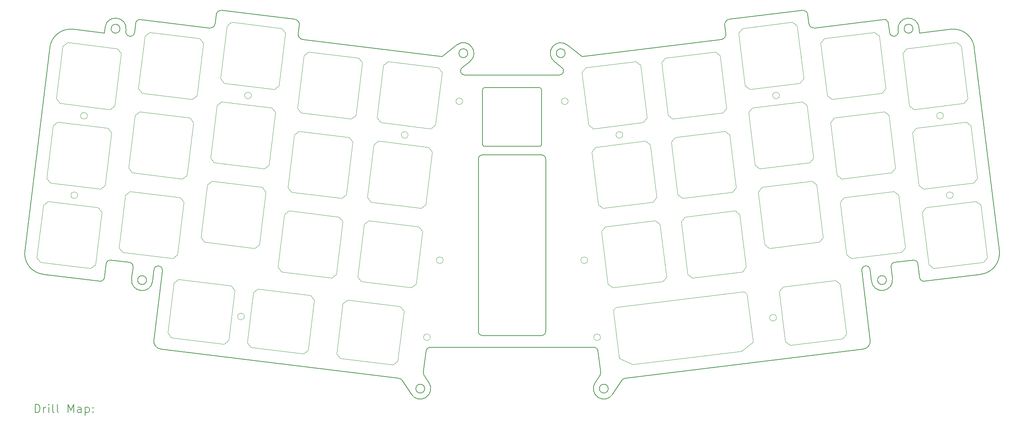
<source format=gbr>
%TF.GenerationSoftware,KiCad,Pcbnew,7.0.10-7.0.10~ubuntu23.04.1*%
%TF.CreationDate,Date%
%TF.ProjectId,plate_asym,706c6174-655f-4617-9379-6d2e6b696361,1.0*%
%TF.SameCoordinates,Original*%
%TF.FileFunction,Drillmap*%
%TF.FilePolarity,Positive*%
%FSLAX45Y45*%
G04 Gerber Fmt 4.5, Leading zero omitted, Abs format (unit mm)*
G04 Created by KiCad*
%MOMM*%
%LPD*%
G01*
G04 APERTURE LIST*
%ADD10C,0.200000*%
%ADD11C,0.050000*%
G04 APERTURE END LIST*
D10*
X7768292Y-5899563D02*
X9505248Y-6112834D01*
X13000263Y-6996607D02*
X13352501Y-6720889D01*
X24349350Y-12254164D02*
G75*
G03*
X24460788Y-12341232I99260J12194D01*
G01*
X17344395Y-14654494D02*
X23002554Y-13959760D01*
X15313947Y-9135806D02*
X14013947Y-9135806D01*
X5019723Y-11927357D02*
X4979547Y-12254570D01*
X3086355Y-11619111D02*
G75*
G03*
X3521694Y-12176319I496255J-60949D01*
G01*
X13660987Y-7114385D02*
G75*
G03*
X13352501Y-6720889I-154247J196745D01*
G01*
X16636342Y-14759971D02*
G75*
G03*
X17055221Y-15032984I209438J-136509D01*
G01*
X13611743Y-6917636D02*
G75*
G03*
X13401743Y-6917636I-105000J0D01*
G01*
X13401743Y-6917636D02*
G75*
G03*
X13611743Y-6917636I105000J0D01*
G01*
X5131165Y-11840286D02*
G75*
G03*
X5019723Y-11927357I-12195J-99244D01*
G01*
X6155813Y-12066852D02*
X6121562Y-12345799D01*
X12273674Y-15033392D02*
X12056088Y-14699552D01*
X5574672Y-6512416D02*
X5582675Y-6513399D01*
X25807199Y-12175911D02*
G75*
G03*
X26242538Y-11618705I-60919J496261D01*
G01*
X9609729Y-6246564D02*
X9583984Y-6456240D01*
X23002554Y-13959759D02*
G75*
G03*
X23176689Y-13736877I-24374J198509D01*
G01*
X12720579Y-13914990D02*
X16608264Y-13914636D01*
X24349347Y-12254164D02*
X24309170Y-11926951D01*
X5487603Y-6400975D02*
G75*
G03*
X5574672Y-6512416I99257J-12185D01*
G01*
X6152205Y-13737283D02*
X6354315Y-12091221D01*
X5659546Y-12005918D02*
G75*
G03*
X5572472Y-11894475I-99266J12178D01*
G01*
X5625289Y-12284864D02*
X5659540Y-12005917D01*
X21720071Y-6213315D02*
G75*
G03*
X21853807Y-6317795I119129J14655D01*
G01*
X6326340Y-13960166D02*
X11984498Y-14654900D01*
X24335684Y-6303549D02*
G75*
G03*
X23836896Y-6364792I-249394J-30621D01*
G01*
X23207331Y-12345393D02*
X23173081Y-12066446D01*
X7475087Y-6318200D02*
G75*
G03*
X7608817Y-6213720I14613J119120D01*
G01*
X19640428Y-6589563D02*
G75*
G03*
X19744910Y-6455834I-14608J119093D01*
G01*
X23207335Y-12345393D02*
G75*
G03*
X23703604Y-12284458I248135J30463D01*
G01*
X14013947Y-7735806D02*
X15313947Y-7735806D01*
X9583985Y-6456240D02*
G75*
G03*
X9688465Y-6589969I119085J-14640D01*
G01*
X13477932Y-7257363D02*
G75*
G03*
X13539500Y-7436170I61558J-78807D01*
G01*
X9609728Y-6246564D02*
G75*
G03*
X9505248Y-6112834I-119118J14614D01*
G01*
X25648849Y-6783501D02*
X26242538Y-11618705D01*
X15927151Y-6917230D02*
G75*
G03*
X15717151Y-6917230I-105000J0D01*
G01*
X15717151Y-6917230D02*
G75*
G03*
X15927151Y-6917230I105000J0D01*
G01*
X15464069Y-9434813D02*
X15464069Y-13534813D01*
X13539500Y-7436170D02*
X15789529Y-7435847D01*
X24352305Y-6438942D02*
X25091641Y-6348163D01*
X15364069Y-13634813D02*
X13964069Y-13634813D01*
X13660985Y-7114383D02*
X13477930Y-7257360D01*
X5491997Y-6365198D02*
G75*
G03*
X4993213Y-6303955I-249392J30621D01*
G01*
X21853807Y-6317795D02*
X23495992Y-6116160D01*
X5625289Y-12284864D02*
G75*
G03*
X6121562Y-12345799I248137J-30467D01*
G01*
X16170920Y-6872985D02*
X16328630Y-6996201D01*
X4237252Y-6348569D02*
X4976589Y-6439348D01*
X5832901Y-6116571D02*
G75*
G03*
X5721460Y-6203634I-12191J-99249D01*
G01*
X12720579Y-13914988D02*
G75*
G03*
X12621475Y-14001701I11J-100002D01*
G01*
X23756422Y-11894072D02*
G75*
G03*
X23669354Y-12005511I12178J-99248D01*
G01*
X15976392Y-6720482D02*
X16170920Y-6872985D01*
X4237252Y-6348570D02*
G75*
G03*
X3680044Y-6783907I-60922J-496290D01*
G01*
X13864077Y-13534813D02*
G75*
G03*
X13964069Y-13634813I100023J23D01*
G01*
X19744910Y-6455834D02*
X19719165Y-6246158D01*
X23669354Y-12005511D02*
X23703604Y-12284458D01*
X23560468Y-12314926D02*
G75*
G03*
X23350468Y-12314926I-105000J0D01*
G01*
X23350468Y-12314926D02*
G75*
G03*
X23560468Y-12314926I105000J0D01*
G01*
X5832902Y-6116566D02*
X7475087Y-6318201D01*
X15363954Y-7785806D02*
G75*
G03*
X15313947Y-7735806I-50004J-4D01*
G01*
X25807199Y-12175913D02*
X24460788Y-12341232D01*
X23607431Y-6203228D02*
G75*
G03*
X23495992Y-6116160I-99251J-12182D01*
G01*
X17272806Y-14699146D02*
X17055220Y-15032986D01*
X15363947Y-7785806D02*
X15363947Y-9085806D01*
X4868105Y-12341637D02*
G75*
G03*
X4979547Y-12254570I12185J99257D01*
G01*
X5582675Y-6513397D02*
G75*
G03*
X5694116Y-6426331I12185J99257D01*
G01*
X16707385Y-14001340D02*
X16774719Y-14503251D01*
X23634779Y-6425925D02*
G75*
G03*
X23746219Y-6512993I99261J12195D01*
G01*
X13964069Y-9334813D02*
X15364069Y-9334813D01*
X16707385Y-14001340D02*
G75*
G03*
X16608264Y-13914636I-99115J-13300D01*
G01*
X19823646Y-6112429D02*
X21560602Y-5899157D01*
X12588114Y-14896882D02*
G75*
G03*
X12378114Y-14896882I-105000J0D01*
G01*
X12378114Y-14896882D02*
G75*
G03*
X12588114Y-14896882I105000J0D01*
G01*
X24191288Y-6334171D02*
G75*
G03*
X23981288Y-6334171I-105000J0D01*
G01*
X23981288Y-6334171D02*
G75*
G03*
X24191288Y-6334171I105000J0D01*
G01*
X23836896Y-6364792D02*
X23841289Y-6400569D01*
X23607433Y-6203228D02*
X23634777Y-6425925D01*
X13964069Y-9334809D02*
G75*
G03*
X13864069Y-9434813I1J-100001D01*
G01*
X25648854Y-6783501D02*
G75*
G03*
X25091641Y-6348163I-496284J-60949D01*
G01*
X12273673Y-15033389D02*
G75*
G03*
X12692555Y-14760375I209444J136503D01*
G01*
X9688465Y-6589970D02*
X13000263Y-6996607D01*
X16328630Y-6996201D02*
X19640428Y-6589564D01*
X15313947Y-9135807D02*
G75*
G03*
X15363947Y-9085806I3J49997D01*
G01*
X24309168Y-11926952D02*
G75*
G03*
X24197729Y-11839884I-99248J-12178D01*
G01*
X15464067Y-9434813D02*
G75*
G03*
X15364069Y-9334813I-99997J3D01*
G01*
X16636338Y-14759969D02*
X16759388Y-14571135D01*
X15976392Y-6720483D02*
G75*
G03*
X15667909Y-7113977I-154242J-196747D01*
G01*
X13963947Y-9085806D02*
X13963947Y-7785806D01*
X15789529Y-7435849D02*
G75*
G03*
X15851070Y-7257038I-9J99999D01*
G01*
X16950780Y-14896476D02*
G75*
G03*
X16740779Y-14896476I-105000J0D01*
G01*
X16740779Y-14896476D02*
G75*
G03*
X16950780Y-14896476I105000J0D01*
G01*
X4868105Y-12341638D02*
X3521694Y-12176319D01*
X23756422Y-11894069D02*
X24197729Y-11839884D01*
X5131165Y-11840290D02*
X5572472Y-11894475D01*
X12554177Y-14503658D02*
G75*
G03*
X12569505Y-14571541I99113J-13292D01*
G01*
X12569505Y-14571541D02*
X12692555Y-14760375D01*
X5487605Y-6400975D02*
X5491997Y-6365198D01*
X17344396Y-14654496D02*
G75*
G03*
X17272806Y-14699146I12184J-99254D01*
G01*
X21694332Y-6003638D02*
X21720076Y-6213314D01*
X23173082Y-12066442D02*
G75*
G03*
X22974578Y-12090815I-99252J-12188D01*
G01*
X24352260Y-6438580D02*
X24335681Y-6303549D01*
X16759388Y-14571135D02*
G75*
G03*
X16774719Y-14503251I-83778J54595D01*
G01*
X6152205Y-13737283D02*
G75*
G03*
X6326340Y-13960166I198505J-24377D01*
G01*
X13864069Y-13534813D02*
X13864069Y-9434813D01*
X19823646Y-6112427D02*
G75*
G03*
X19719165Y-6246158I14634J-119113D01*
G01*
X23746219Y-6512993D02*
X23754221Y-6512010D01*
X7608817Y-6213720D02*
X7634562Y-6004044D01*
X5978426Y-12315332D02*
G75*
G03*
X5768426Y-12315332I-105000J0D01*
G01*
X5768426Y-12315332D02*
G75*
G03*
X5978426Y-12315332I105000J0D01*
G01*
X12554174Y-14503657D02*
X12621475Y-14001701D01*
X5694116Y-6426331D02*
X5721460Y-6203634D01*
X12056089Y-14699551D02*
G75*
G03*
X11984498Y-14654900I-83779J-54609D01*
G01*
X15851070Y-7257038D02*
X15667909Y-7113977D01*
X13963954Y-9085806D02*
G75*
G03*
X14013947Y-9135806I49996J-4D01*
G01*
X5347605Y-6334577D02*
G75*
G03*
X5137605Y-6334577I-105000J0D01*
G01*
X5137605Y-6334577D02*
G75*
G03*
X5347605Y-6334577I105000J0D01*
G01*
X15364069Y-13634819D02*
G75*
G03*
X15464069Y-13534813I-9J100009D01*
G01*
X14013947Y-7735807D02*
G75*
G03*
X13963947Y-7785806I3J-50003D01*
G01*
X3086356Y-11619111D02*
X3680044Y-6783907D01*
X4993213Y-6303955D02*
X4976633Y-6438986D01*
X21694340Y-6003637D02*
G75*
G03*
X21560602Y-5899157I-119120J-14643D01*
G01*
X23754221Y-6512008D02*
G75*
G03*
X23841289Y-6400569I-12191J99258D01*
G01*
X22974578Y-12090815D02*
X23176689Y-13736877D01*
X6354308Y-12091220D02*
G75*
G03*
X6155813Y-12066848I-99248J12180D01*
G01*
X7768292Y-5899557D02*
G75*
G03*
X7634562Y-6004044I-14603J-119133D01*
G01*
D11*
X19960333Y-10667365D02*
X18769278Y-10813608D01*
X19960333Y-10667365D02*
X20071774Y-10754433D01*
X18682210Y-10925050D02*
X18769278Y-10813608D01*
X18682210Y-10925050D02*
X18835765Y-12175658D01*
X20225330Y-12005041D02*
X20071774Y-10754433D01*
X18835765Y-12175658D02*
X18947207Y-12262726D01*
X20138262Y-12116482D02*
X20225330Y-12005041D01*
X18947207Y-12262726D02*
X20138262Y-12116482D01*
X21793093Y-9962504D02*
X20602038Y-10108747D01*
X21793093Y-9962504D02*
X21904535Y-10049572D01*
X20514970Y-10220189D02*
X20602038Y-10108747D01*
X20514970Y-10220189D02*
X20668525Y-11470797D01*
X22058090Y-11300180D02*
X21904535Y-10049572D01*
X20668525Y-11470797D02*
X20779967Y-11557864D01*
X21971022Y-11411621D02*
X22058090Y-11300180D01*
X20779967Y-11557864D02*
X21971022Y-11411621D01*
X11544755Y-8567043D02*
X12735810Y-8713286D01*
X11544755Y-8567043D02*
X11457687Y-8455601D01*
X12847252Y-8626218D02*
X12735810Y-8713286D01*
X12847252Y-8626218D02*
X13000807Y-7375610D01*
X11611243Y-7204993D02*
X11457687Y-8455601D01*
X13000807Y-7375610D02*
X12913739Y-7264169D01*
X11722684Y-7117925D02*
X11611243Y-7204993D01*
X12913739Y-7264169D02*
X11722684Y-7117925D01*
X11312594Y-10457843D02*
X12503649Y-10604086D01*
X11312594Y-10457843D02*
X11225526Y-10346402D01*
X12615091Y-10517019D02*
X12503649Y-10604086D01*
X12615091Y-10517019D02*
X12768646Y-9266411D01*
X11379081Y-9095794D02*
X11225526Y-10346402D01*
X12768646Y-9266411D02*
X12681578Y-9154969D01*
X11490523Y-9008726D02*
X11379081Y-9095794D01*
X12681578Y-9154969D02*
X11490523Y-9008726D01*
X8470223Y-7924065D02*
G75*
G03*
X8310223Y-7924065I-80000J0D01*
G01*
X8310223Y-7924065D02*
G75*
G03*
X8470223Y-7924065I80000J0D01*
G01*
X8517826Y-12613313D02*
X8371583Y-13804369D01*
X8517826Y-12613313D02*
X8629268Y-12526246D01*
X8458651Y-13915810D02*
X8371583Y-13804369D01*
X8458651Y-13915810D02*
X9709259Y-14069366D01*
X9879876Y-12679801D02*
X8629268Y-12526246D01*
X9709259Y-14069366D02*
X9820701Y-13982298D01*
X9966944Y-12791242D02*
X9879876Y-12679801D01*
X9820701Y-13982298D02*
X9966944Y-12791242D01*
X24915353Y-8405144D02*
G75*
G03*
X24755353Y-8405144I-80000J0D01*
G01*
X24755353Y-8405144D02*
G75*
G03*
X24915353Y-8405144I80000J0D01*
G01*
X20947497Y-13211116D02*
G75*
G03*
X20787497Y-13211116I-80000J0D01*
G01*
X20787497Y-13211116D02*
G75*
G03*
X20947497Y-13211116I80000J0D01*
G01*
X23741934Y-10203043D02*
X22550878Y-10349286D01*
X23741934Y-10203043D02*
X23853375Y-10290111D01*
X22463811Y-10460728D02*
X22550878Y-10349286D01*
X22463811Y-10460728D02*
X22617366Y-11711336D01*
X24006931Y-11540719D02*
X23853375Y-10290111D01*
X22617366Y-11711336D02*
X22728808Y-11798403D01*
X23919863Y-11652160D02*
X24006931Y-11540719D01*
X22728808Y-11798403D02*
X23919863Y-11652160D01*
X23509773Y-8312242D02*
X22318717Y-8458486D01*
X23509773Y-8312242D02*
X23621214Y-8399310D01*
X22231650Y-8569927D02*
X22318717Y-8458486D01*
X22231650Y-8569927D02*
X22385205Y-9820535D01*
X23774770Y-9649918D02*
X23621214Y-8399310D01*
X22385205Y-9820535D02*
X22496646Y-9907603D01*
X23687702Y-9761360D02*
X23774770Y-9649918D01*
X22496646Y-9907603D02*
X23687702Y-9761360D01*
X6627026Y-12381152D02*
X6480783Y-13572208D01*
X6627026Y-12381152D02*
X6738467Y-12294085D01*
X6567850Y-13683649D02*
X6480783Y-13572208D01*
X6567850Y-13683649D02*
X7818458Y-13837205D01*
X7989075Y-12447640D02*
X6738467Y-12294085D01*
X7818458Y-13837205D02*
X7929900Y-13750137D01*
X8076143Y-12559082D02*
X7989075Y-12447640D01*
X7929900Y-13750137D02*
X8076143Y-12559082D01*
X5408032Y-11652160D02*
X6599087Y-11798403D01*
X5408032Y-11652160D02*
X5320964Y-11540719D01*
X6710528Y-11711336D02*
X6599087Y-11798403D01*
X6710528Y-11711336D02*
X6864084Y-10460728D01*
X5474519Y-10290111D02*
X5320964Y-11540719D01*
X6864084Y-10460728D02*
X6777016Y-10349286D01*
X5585961Y-10203043D02*
X5474519Y-10290111D01*
X6777016Y-10349286D02*
X5585961Y-10203043D01*
X16461219Y-11842307D02*
G75*
G03*
X16301219Y-11842307I-80000J0D01*
G01*
X16301219Y-11842307D02*
G75*
G03*
X16461219Y-11842307I80000J0D01*
G01*
X18069533Y-10899526D02*
X16878477Y-11045769D01*
X18069533Y-10899526D02*
X18180974Y-10986594D01*
X16791409Y-11157211D02*
X16878477Y-11045769D01*
X16791409Y-11157211D02*
X16944965Y-12407819D01*
X18334529Y-12237202D02*
X18180974Y-10986594D01*
X16944965Y-12407819D02*
X17056406Y-12494887D01*
X18247462Y-12348644D02*
X18334529Y-12237202D01*
X17056406Y-12494887D02*
X18247462Y-12348644D01*
X9653955Y-8334882D02*
X10845010Y-8481125D01*
X9653955Y-8334882D02*
X9566887Y-8223440D01*
X10956451Y-8394057D02*
X10845010Y-8481125D01*
X10956451Y-8394057D02*
X11110007Y-7143449D01*
X9720442Y-6972832D02*
X9566887Y-8223440D01*
X11110007Y-7143449D02*
X11022939Y-7032007D01*
X9831884Y-6885764D02*
X9720442Y-6972832D01*
X11022939Y-7032007D02*
X9831884Y-6885764D01*
X11080433Y-12348644D02*
X12271488Y-12494887D01*
X11080433Y-12348644D02*
X10993365Y-12237202D01*
X12382930Y-12407819D02*
X12271488Y-12494887D01*
X12382930Y-12407819D02*
X12536485Y-11157211D01*
X11146920Y-10986594D02*
X10993365Y-12237202D01*
X12536485Y-11157211D02*
X12449417Y-11045769D01*
X11258362Y-10899526D02*
X11146920Y-10986594D01*
X12449417Y-11045769D02*
X11258362Y-10899526D01*
X13026675Y-11842307D02*
G75*
G03*
X12866675Y-11842307I-80000J0D01*
G01*
X12866675Y-11842307D02*
G75*
G03*
X13026675Y-11842307I80000J0D01*
G01*
X10644977Y-12874494D02*
X10498734Y-14065550D01*
X10644977Y-12874494D02*
X10756418Y-12787427D01*
X10585801Y-14176991D02*
X10498734Y-14065550D01*
X10585801Y-14176991D02*
X11836409Y-14330547D01*
X12007026Y-12940982D02*
X10756418Y-12787427D01*
X11836409Y-14330547D02*
X11947851Y-14243479D01*
X12094094Y-13052424D02*
X12007026Y-12940982D01*
X11947851Y-14243479D02*
X12094094Y-13052424D01*
X3691352Y-10001899D02*
X4882407Y-10148142D01*
X3691352Y-10001899D02*
X3604284Y-9890457D01*
X4993849Y-10061074D02*
X4882407Y-10148142D01*
X4993849Y-10061074D02*
X5147404Y-8810466D01*
X3757840Y-8639849D02*
X3604284Y-9890457D01*
X5147404Y-8810466D02*
X5060337Y-8699025D01*
X3869281Y-8552782D02*
X3757840Y-8639849D01*
X5060337Y-8699025D02*
X3869281Y-8552782D01*
X23277612Y-6421442D02*
X22086556Y-6567685D01*
X23277612Y-6421442D02*
X23389053Y-6508510D01*
X21999489Y-6679127D02*
X22086556Y-6567685D01*
X21999489Y-6679127D02*
X22153044Y-7929735D01*
X23542608Y-7759118D02*
X23389053Y-6508510D01*
X22153044Y-7929735D02*
X22264485Y-8016803D01*
X23455541Y-7870559D02*
X23542608Y-7759118D01*
X22264485Y-8016803D02*
X23455541Y-7870559D01*
X12721814Y-13675067D02*
G75*
G03*
X12561814Y-13675067I-80000J0D01*
G01*
X12561814Y-13675067D02*
G75*
G03*
X12721814Y-13675067I80000J0D01*
G01*
X25226452Y-6661981D02*
X24035397Y-6808224D01*
X25226452Y-6661981D02*
X25337894Y-6749049D01*
X23948329Y-6919666D02*
X24035397Y-6808224D01*
X23948329Y-6919666D02*
X24101885Y-8170274D01*
X25491449Y-7999657D02*
X25337894Y-6749049D01*
X24101885Y-8170274D02*
X24213326Y-8257342D01*
X25404381Y-8111098D02*
X25491449Y-7999657D01*
X24213326Y-8257342D02*
X25404381Y-8111098D01*
X15996897Y-8060706D02*
G75*
G03*
X15836897Y-8060706I-80000J0D01*
G01*
X15836897Y-8060706D02*
G75*
G03*
X15996897Y-8060706I80000J0D01*
G01*
X25147514Y-10295944D02*
G75*
G03*
X24987514Y-10295944I-80000J0D01*
G01*
X24987514Y-10295944D02*
G75*
G03*
X25147514Y-10295944I80000J0D01*
G01*
X5640193Y-9761360D02*
X6831248Y-9907603D01*
X5640193Y-9761360D02*
X5553125Y-9649918D01*
X6942689Y-9820535D02*
X6831248Y-9907603D01*
X6942689Y-9820535D02*
X7096245Y-8569927D01*
X5706680Y-8399310D02*
X5553125Y-9649918D01*
X7096245Y-8569927D02*
X7009177Y-8458486D01*
X5818122Y-8312242D02*
X5706680Y-8399310D01*
X7009177Y-8458486D02*
X5818122Y-8312242D01*
X3923513Y-8111098D02*
X5114568Y-8257342D01*
X3923513Y-8111098D02*
X3836445Y-7999657D01*
X5226010Y-8170274D02*
X5114568Y-8257342D01*
X5226010Y-8170274D02*
X5379565Y-6919666D01*
X3990001Y-6749049D02*
X3836445Y-7999657D01*
X5379565Y-6919666D02*
X5292498Y-6808224D01*
X4101442Y-6661981D02*
X3990001Y-6749049D01*
X5292498Y-6808224D02*
X4101442Y-6661981D01*
X21017672Y-7924065D02*
G75*
G03*
X20857672Y-7924065I-80000J0D01*
G01*
X20857672Y-7924065D02*
G75*
G03*
X21017672Y-7924065I80000J0D01*
G01*
X5872354Y-7870559D02*
X7063409Y-8016803D01*
X5872354Y-7870559D02*
X5785286Y-7759118D01*
X7174851Y-7929735D02*
X7063409Y-8016803D01*
X7174851Y-7929735D02*
X7328406Y-6679127D01*
X5938841Y-6508510D02*
X5785286Y-7759118D01*
X7328406Y-6679127D02*
X7241338Y-6567685D01*
X6050283Y-6421442D02*
X5938841Y-6508510D01*
X7241338Y-6567685D02*
X6050283Y-6421442D01*
X7589033Y-9520821D02*
X8780089Y-9667064D01*
X7589033Y-9520821D02*
X7501966Y-9409379D01*
X8891530Y-9579996D02*
X8780089Y-9667064D01*
X8891530Y-9579996D02*
X9045086Y-8329388D01*
X7655521Y-8158771D02*
X7501966Y-9409379D01*
X9045086Y-8329388D02*
X8958018Y-8217947D01*
X7766962Y-8071703D02*
X7655521Y-8158771D01*
X8958018Y-8217947D02*
X7766962Y-8071703D01*
X17294727Y-8861006D02*
G75*
G03*
X17134727Y-8861006I-80000J0D01*
G01*
X17134727Y-8861006D02*
G75*
G03*
X17294727Y-8861006I80000J0D01*
G01*
X25690911Y-10443261D02*
X24499856Y-10589504D01*
X25690911Y-10443261D02*
X25802353Y-10530328D01*
X24412788Y-10700945D02*
X24499856Y-10589504D01*
X24412788Y-10700945D02*
X24566344Y-11951553D01*
X25955908Y-11780936D02*
X25802353Y-10530328D01*
X24566344Y-11951553D02*
X24677785Y-12038621D01*
X25868840Y-11892378D02*
X25955908Y-11780936D01*
X24677785Y-12038621D02*
X25868840Y-11892378D01*
X3459808Y-11892781D02*
X4650863Y-12039024D01*
X3459808Y-11892781D02*
X3372740Y-11781340D01*
X4762305Y-11951957D02*
X4650863Y-12039024D01*
X4762305Y-11951957D02*
X4915860Y-10701349D01*
X3526295Y-10530732D02*
X3372740Y-11781340D01*
X4915860Y-10701349D02*
X4828792Y-10589907D01*
X3637737Y-10443664D02*
X3526295Y-10530732D01*
X4828792Y-10589907D02*
X3637737Y-10443664D01*
X9189632Y-12116482D02*
X10380688Y-12262726D01*
X9189632Y-12116482D02*
X9102565Y-12005041D01*
X10492129Y-12175658D02*
X10380688Y-12262726D01*
X10492129Y-12175658D02*
X10645685Y-10925050D01*
X9256120Y-10754433D02*
X9102565Y-12005041D01*
X10645685Y-10925050D02*
X10558617Y-10813608D01*
X9367562Y-10667365D02*
X9256120Y-10754433D01*
X10558617Y-10813608D02*
X9367562Y-10667365D01*
X17215341Y-14180931D02*
X17079456Y-13074242D01*
X17215341Y-14180931D02*
X17535041Y-14323029D01*
X17166524Y-12962801D02*
X20144162Y-12597193D01*
X20115661Y-14006168D02*
X17535041Y-14323029D01*
X20255604Y-12684260D02*
X20391488Y-13790949D01*
X20391488Y-13790949D02*
X20115661Y-14006168D01*
X17166524Y-12962801D02*
G75*
G03*
X17079456Y-13074242I12187J-99254D01*
G01*
X20255604Y-12684260D02*
G75*
G03*
X20144162Y-12597193I-99255J-12187D01*
G01*
X7356872Y-11411621D02*
X8547928Y-11557864D01*
X7356872Y-11411621D02*
X7269804Y-11300180D01*
X8659369Y-11470797D02*
X8547928Y-11557864D01*
X8659369Y-11470797D02*
X8812925Y-10220189D01*
X7423360Y-10049572D02*
X7269804Y-11300180D01*
X8812925Y-10220189D02*
X8725857Y-10108747D01*
X7534801Y-9962504D02*
X7423360Y-10049572D01*
X8725857Y-10108747D02*
X7534801Y-9962504D01*
X25458613Y-8552782D02*
X24267558Y-8699025D01*
X25458613Y-8552782D02*
X25570055Y-8639849D01*
X24180490Y-8810466D02*
X24267558Y-8699025D01*
X24180490Y-8810466D02*
X24334046Y-10061074D01*
X25723610Y-9890457D02*
X25570055Y-8639849D01*
X24334046Y-10061074D02*
X24445487Y-10148142D01*
X25636543Y-10001899D02*
X25723610Y-9890457D01*
X24445487Y-10148142D02*
X25636543Y-10001899D01*
X17605210Y-7117925D02*
X16414155Y-7264169D01*
X17605210Y-7117925D02*
X17716652Y-7204993D01*
X16327087Y-7375610D02*
X16414155Y-7264169D01*
X16327087Y-7375610D02*
X16480643Y-8626218D01*
X17870207Y-8455601D02*
X17716652Y-7204993D01*
X16480643Y-8626218D02*
X16592084Y-8713286D01*
X17783140Y-8567043D02*
X17870207Y-8455601D01*
X16592084Y-8713286D02*
X17783140Y-8567043D01*
X4340380Y-10295944D02*
G75*
G03*
X4180380Y-10295944I-80000J0D01*
G01*
X4180380Y-10295944D02*
G75*
G03*
X4340380Y-10295944I80000J0D01*
G01*
X19728172Y-8776565D02*
X18537116Y-8922808D01*
X19728172Y-8776565D02*
X19839613Y-8863632D01*
X18450049Y-9034250D02*
X18537116Y-8922808D01*
X18450049Y-9034250D02*
X18603604Y-10284858D01*
X19993169Y-10114241D02*
X19839613Y-8863632D01*
X18603604Y-10284858D02*
X18715046Y-10371925D01*
X19906101Y-10225682D02*
X19993169Y-10114241D01*
X18715046Y-10371925D02*
X19906101Y-10225682D01*
X8303863Y-13181725D02*
G75*
G03*
X8143863Y-13181725I-80000J0D01*
G01*
X8143863Y-13181725D02*
G75*
G03*
X8303863Y-13181725I80000J0D01*
G01*
X17837371Y-9008726D02*
X16646316Y-9154969D01*
X17837371Y-9008726D02*
X17948813Y-9095794D01*
X16559248Y-9266411D02*
X16646316Y-9154969D01*
X16559248Y-9266411D02*
X16712804Y-10517019D01*
X18102368Y-10346402D02*
X17948813Y-9095794D01*
X16712804Y-10517019D02*
X16824245Y-10604086D01*
X18015301Y-10457843D02*
X18102368Y-10346402D01*
X16824245Y-10604086D02*
X18015301Y-10457843D01*
X13490998Y-8060706D02*
G75*
G03*
X13330998Y-8060706I-80000J0D01*
G01*
X13330998Y-8060706D02*
G75*
G03*
X13490998Y-8060706I80000J0D01*
G01*
X21328771Y-6180903D02*
X20137716Y-6327146D01*
X21328771Y-6180903D02*
X21440212Y-6267971D01*
X20050648Y-6438588D02*
X20137716Y-6327146D01*
X20050648Y-6438588D02*
X20204203Y-7689196D01*
X21593768Y-7518579D02*
X21440212Y-6267971D01*
X20204203Y-7689196D02*
X20315645Y-7776264D01*
X21506700Y-7630020D02*
X21593768Y-7518579D01*
X20315645Y-7776264D02*
X21506700Y-7630020D01*
X19496011Y-6885764D02*
X18304955Y-7032007D01*
X19496011Y-6885764D02*
X19607452Y-6972832D01*
X18217888Y-7143449D02*
X18304955Y-7032007D01*
X18217888Y-7143449D02*
X18371443Y-8394057D01*
X19761008Y-8223440D02*
X19607452Y-6972832D01*
X18371443Y-8394057D02*
X18482885Y-8481125D01*
X19673940Y-8334882D02*
X19761008Y-8223440D01*
X18482885Y-8481125D02*
X19673940Y-8334882D01*
X21015354Y-12588151D02*
X21161597Y-13779207D01*
X21015354Y-12588151D02*
X21102422Y-12476710D01*
X21273039Y-13866274D02*
X21161597Y-13779207D01*
X21273039Y-13866274D02*
X22523647Y-13712719D01*
X22353030Y-12323154D02*
X21102422Y-12476710D01*
X22523647Y-13712719D02*
X22610715Y-13601277D01*
X22464471Y-12410222D02*
X22353030Y-12323154D01*
X22610715Y-13601277D02*
X22464471Y-12410222D01*
X16766080Y-13675067D02*
G75*
G03*
X16606080Y-13675067I-80000J0D01*
G01*
X16606080Y-13675067D02*
G75*
G03*
X16766080Y-13675067I80000J0D01*
G01*
X4572542Y-8405144D02*
G75*
G03*
X4412542Y-8405144I-80000J0D01*
G01*
X4412542Y-8405144D02*
G75*
G03*
X4572542Y-8405144I80000J0D01*
G01*
X7821194Y-7630020D02*
X9012250Y-7776264D01*
X7821194Y-7630020D02*
X7734127Y-7518579D01*
X9123691Y-7689196D02*
X9012250Y-7776264D01*
X9123691Y-7689196D02*
X9277247Y-6438588D01*
X7887682Y-6267971D02*
X7734127Y-7518579D01*
X9277247Y-6438588D02*
X9190179Y-6327146D01*
X7999124Y-6180903D02*
X7887682Y-6267971D01*
X9190179Y-6327146D02*
X7999124Y-6180903D01*
X9421793Y-10225682D02*
X10612849Y-10371925D01*
X9421793Y-10225682D02*
X9334726Y-10114241D01*
X10724290Y-10284858D02*
X10612849Y-10371925D01*
X10724290Y-10284858D02*
X10877846Y-9034250D01*
X9488281Y-8863632D02*
X9334726Y-10114241D01*
X10877846Y-9034250D02*
X10790778Y-8922808D01*
X9599723Y-8776565D02*
X9488281Y-8863632D01*
X10790778Y-8922808D02*
X9599723Y-8776565D01*
X12193167Y-8861006D02*
G75*
G03*
X12033167Y-8861006I-80000J0D01*
G01*
X12033167Y-8861006D02*
G75*
G03*
X12193167Y-8861006I80000J0D01*
G01*
X21560932Y-8071703D02*
X20369877Y-8217947D01*
X21560932Y-8071703D02*
X21672374Y-8158771D01*
X20282809Y-8329388D02*
X20369877Y-8217947D01*
X20282809Y-8329388D02*
X20436364Y-9579996D01*
X21825929Y-9409379D02*
X21672374Y-8158771D01*
X20436364Y-9579996D02*
X20547806Y-9667064D01*
X21738861Y-9520821D02*
X21825929Y-9409379D01*
X20547806Y-9667064D02*
X21738861Y-9520821D01*
D10*
X3333403Y-15468369D02*
X3333403Y-15268369D01*
X3333403Y-15268369D02*
X3381022Y-15268369D01*
X3381022Y-15268369D02*
X3409593Y-15277893D01*
X3409593Y-15277893D02*
X3428641Y-15296941D01*
X3428641Y-15296941D02*
X3438165Y-15315988D01*
X3438165Y-15315988D02*
X3447689Y-15354084D01*
X3447689Y-15354084D02*
X3447689Y-15382655D01*
X3447689Y-15382655D02*
X3438165Y-15420750D01*
X3438165Y-15420750D02*
X3428641Y-15439798D01*
X3428641Y-15439798D02*
X3409593Y-15458846D01*
X3409593Y-15458846D02*
X3381022Y-15468369D01*
X3381022Y-15468369D02*
X3333403Y-15468369D01*
X3533403Y-15468369D02*
X3533403Y-15335036D01*
X3533403Y-15373131D02*
X3542927Y-15354084D01*
X3542927Y-15354084D02*
X3552450Y-15344560D01*
X3552450Y-15344560D02*
X3571498Y-15335036D01*
X3571498Y-15335036D02*
X3590546Y-15335036D01*
X3657212Y-15468369D02*
X3657212Y-15335036D01*
X3657212Y-15268369D02*
X3647689Y-15277893D01*
X3647689Y-15277893D02*
X3657212Y-15287417D01*
X3657212Y-15287417D02*
X3666736Y-15277893D01*
X3666736Y-15277893D02*
X3657212Y-15268369D01*
X3657212Y-15268369D02*
X3657212Y-15287417D01*
X3781022Y-15468369D02*
X3761974Y-15458846D01*
X3761974Y-15458846D02*
X3752450Y-15439798D01*
X3752450Y-15439798D02*
X3752450Y-15268369D01*
X3885784Y-15468369D02*
X3866736Y-15458846D01*
X3866736Y-15458846D02*
X3857212Y-15439798D01*
X3857212Y-15439798D02*
X3857212Y-15268369D01*
X4114355Y-15468369D02*
X4114355Y-15268369D01*
X4114355Y-15268369D02*
X4181022Y-15411227D01*
X4181022Y-15411227D02*
X4247689Y-15268369D01*
X4247689Y-15268369D02*
X4247689Y-15468369D01*
X4428641Y-15468369D02*
X4428641Y-15363608D01*
X4428641Y-15363608D02*
X4419117Y-15344560D01*
X4419117Y-15344560D02*
X4400070Y-15335036D01*
X4400070Y-15335036D02*
X4361974Y-15335036D01*
X4361974Y-15335036D02*
X4342927Y-15344560D01*
X4428641Y-15458846D02*
X4409593Y-15468369D01*
X4409593Y-15468369D02*
X4361974Y-15468369D01*
X4361974Y-15468369D02*
X4342927Y-15458846D01*
X4342927Y-15458846D02*
X4333403Y-15439798D01*
X4333403Y-15439798D02*
X4333403Y-15420750D01*
X4333403Y-15420750D02*
X4342927Y-15401703D01*
X4342927Y-15401703D02*
X4361974Y-15392179D01*
X4361974Y-15392179D02*
X4409593Y-15392179D01*
X4409593Y-15392179D02*
X4428641Y-15382655D01*
X4523879Y-15335036D02*
X4523879Y-15535036D01*
X4523879Y-15344560D02*
X4542927Y-15335036D01*
X4542927Y-15335036D02*
X4581022Y-15335036D01*
X4581022Y-15335036D02*
X4600070Y-15344560D01*
X4600070Y-15344560D02*
X4609593Y-15354084D01*
X4609593Y-15354084D02*
X4619117Y-15373131D01*
X4619117Y-15373131D02*
X4619117Y-15430274D01*
X4619117Y-15430274D02*
X4609593Y-15449322D01*
X4609593Y-15449322D02*
X4600070Y-15458846D01*
X4600070Y-15458846D02*
X4581022Y-15468369D01*
X4581022Y-15468369D02*
X4542927Y-15468369D01*
X4542927Y-15468369D02*
X4523879Y-15458846D01*
X4704832Y-15449322D02*
X4714355Y-15458846D01*
X4714355Y-15458846D02*
X4704832Y-15468369D01*
X4704832Y-15468369D02*
X4695308Y-15458846D01*
X4695308Y-15458846D02*
X4704832Y-15449322D01*
X4704832Y-15449322D02*
X4704832Y-15468369D01*
X4704832Y-15344560D02*
X4714355Y-15354084D01*
X4714355Y-15354084D02*
X4704832Y-15363608D01*
X4704832Y-15363608D02*
X4695308Y-15354084D01*
X4695308Y-15354084D02*
X4704832Y-15344560D01*
X4704832Y-15344560D02*
X4704832Y-15363608D01*
M02*

</source>
